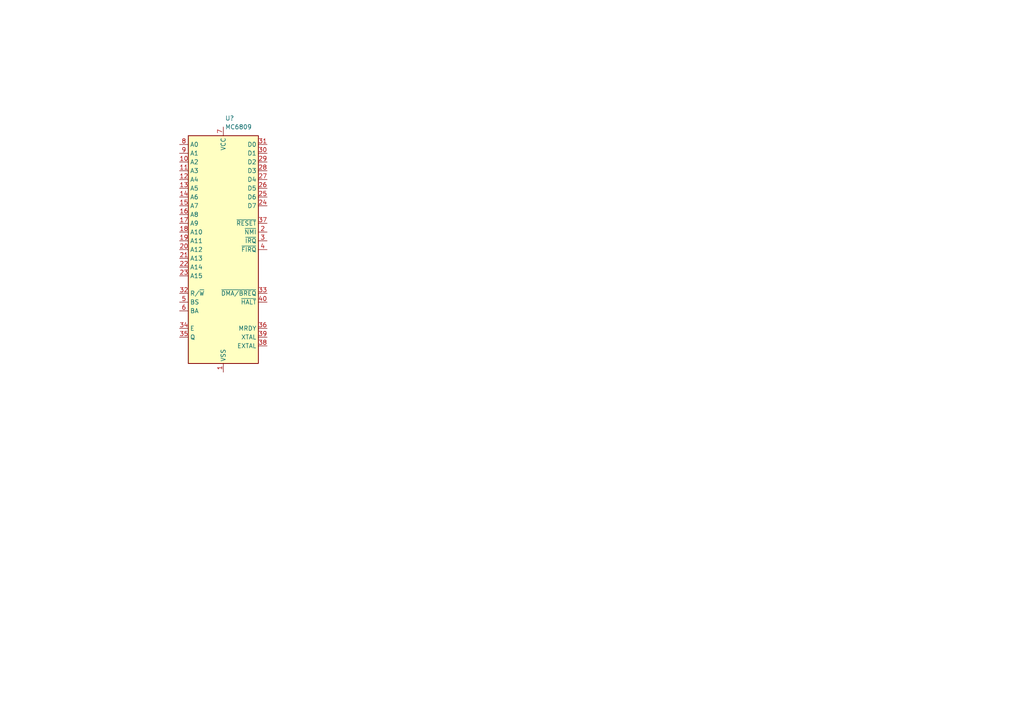
<source format=kicad_sch>
(kicad_sch (version 20211123) (generator eeschema)
  (paper "A4")
  (title_block (title "Grant's Desging"))
  (lib_symbols
    (symbol "CPU_NXP_6800:MC6809"
      (property "Reference" "U" (at -7.62 34.29 0))
      (property "Value" "MC6809" (at 10.16 34.29 0))
      (symbol "MC6809_0_1"
        (rectangle (start -10.16 -33.02) (end 10.16 33.02) (stroke (width 0.254)) (fill (type background)))
      )
      (symbol "MC6809_1_1"
        (pin power_in line (at 0 -35.56 90) (length 2.54) (name "VSS") (number "1"))
        (pin output line (at 12.7 25.4 180) (length 2.54) (name "A2") (number "10"))
        (pin output line (at 12.7 22.86 180) (length 2.54) (name "A3") (number "11"))
        (pin output line (at 12.7 20.32 180) (length 2.54) (name "A4") (number "12"))
        (pin output line (at 12.7 17.78 180) (length 2.54) (name "A5") (number "13"))
        (pin output line (at 12.7 15.24 180) (length 2.54) (name "A6") (number "14"))
        (pin output line (at 12.7 12.7 180) (length 2.54) (name "A7") (number "15"))
        (pin output line (at 12.7 10.16 180) (length 2.54) (name "A8") (number "16"))
        (pin output line (at 12.7 7.62 180) (length 2.54) (name "A9") (number "17"))
        (pin output line (at 12.7 5.08 180) (length 2.54) (name "A10") (number "18"))
        (pin output line (at 12.7 2.54 180) (length 2.54) (name "A11") (number "19"))
        (pin input line (at -12.7 5.08 0) (length 2.54) (name "~{NMI}") (number "2"))
        (pin output line (at 12.7 0 180) (length 2.54) (name "A12") (number "20"))
        (pin output line (at 12.7 -2.54 180) (length 2.54) (name "A13") (number "21"))
        (pin output line (at 12.7 -5.08 180) (length 2.54) (name "A14") (number "22"))
        (pin output line (at 12.7 -7.62 180) (length 2.54) (name "A15") (number "23"))
        (pin bidirectional line (at -12.7 12.7 0) (length 2.54) (name "D7") (number "24"))
        (pin bidirectional line (at -12.7 15.24 0) (length 2.54) (name "D6") (number "25"))
        (pin bidirectional line (at -12.7 17.78 0) (length 2.54) (name "D5") (number "26"))
        (pin bidirectional line (at -12.7 20.32 0) (length 2.54) (name "D4") (number "27"))
        (pin bidirectional line (at -12.7 22.86 0) (length 2.54) (name "D3") (number "28"))
        (pin bidirectional line (at -12.7 25.4 0) (length 2.54) (name "D2") (number "29"))
        (pin input line (at -12.7 2.54 0) (length 2.54) (name "~{IRQ}") (number "3"))
        (pin bidirectional line (at -12.7 27.94 0) (length 2.54) (name "D1") (number "30"))
        (pin bidirectional line (at -12.7 30.48 0) (length 2.54) (name "D0") (number "31"))
        (pin output line (at 12.7 -12.7 180) (length 2.54) (name "R/~{W}") (number "32"))
        (pin input line (at -12.7 -12.7 0) (length 2.54) (name "~{DMA/BREQ}") (number "33"))
        (pin output line (at 12.7 -22.86 180) (length 2.54) (name "E") (number "34"))
        (pin output line (at 12.7 -25.4 180) (length 2.54) (name "Q") (number "35"))
        (pin input line (at -12.7 -22.86 0) (length 2.54) (name "MRDY") (number "36"))
        (pin input line (at -12.7 7.62 0) (length 2.54) (name "~{RESET}") (number "37"))
        (pin input line (at -12.7 -27.94 0) (length 2.54) (name "EXTAL") (number "38"))
        (pin input line (at -12.7 -25.4 0) (length 2.54) (name "XTAL") (number "39"))
        (pin input line (at -12.7 0 0) (length 2.54) (name "~{FIRQ}") (number "4"))
        (pin input line (at -12.7 -15.24 0) (length 2.54) (name "~{HALT}") (number "40"))
        (pin output line (at 12.7 -15.24 180) (length 2.54) (name "BS") (number "5"))
        (pin output line (at 12.7 -17.78 180) (length 2.54) (name "BA") (number "6"))
        (pin power_in line (at 0 35.56 270) (length 2.54) (name "VCC") (number "7"))
        (pin output line (at 12.7 30.48 180) (length 2.54) (name "A0") (number "8"))
        (pin output line (at 12.7 27.94 180) (length 2.54) (name "A1") (number "9"))
      )
    )
  )
  (symbol (lib_id "CPU_NXP_6800:MC6809") (at 64.77 72.39 0) (mirror y) (unit 1)
    (property "Reference" "U?" (at 65.2906 34.29 0) (effects (justify right)))
    (property "Value" "MC6809" (at 65.2906 36.83 0) (effects (justify right)))
    (property "Footprint" "Package_DIP:DIP-40_W15.24mm" (effects hide))
    (property "Datasheet" "http://pdf.datasheetcatalog.com/datasheet/motorola/MC68B09S.pdf" (effects hide))
  )
)
</source>
